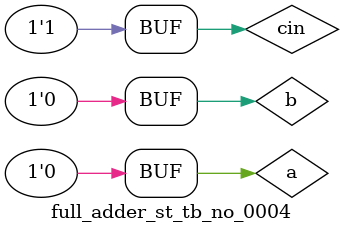
<source format=v>
`timescale 1ns / 1ps


module full_adder_st_tb_no_0004();
reg a, b, cin;
wire s, c;

full_adder_st_no_0004 dut(.a(a), .b(b), .c(c), .s(s), .cin(cin));

initial begin
    a = 0;
    b = 0;
    cin = 0;
    #100;
    a = 1;
    b = 1;
    cin = 0;
    #100;
    a = 1;
    b = 1;
    cin = 1;
    #100;
    a = 0;
    b = 0;
    cin = 1;
    #100;

end
endmodule

</source>
